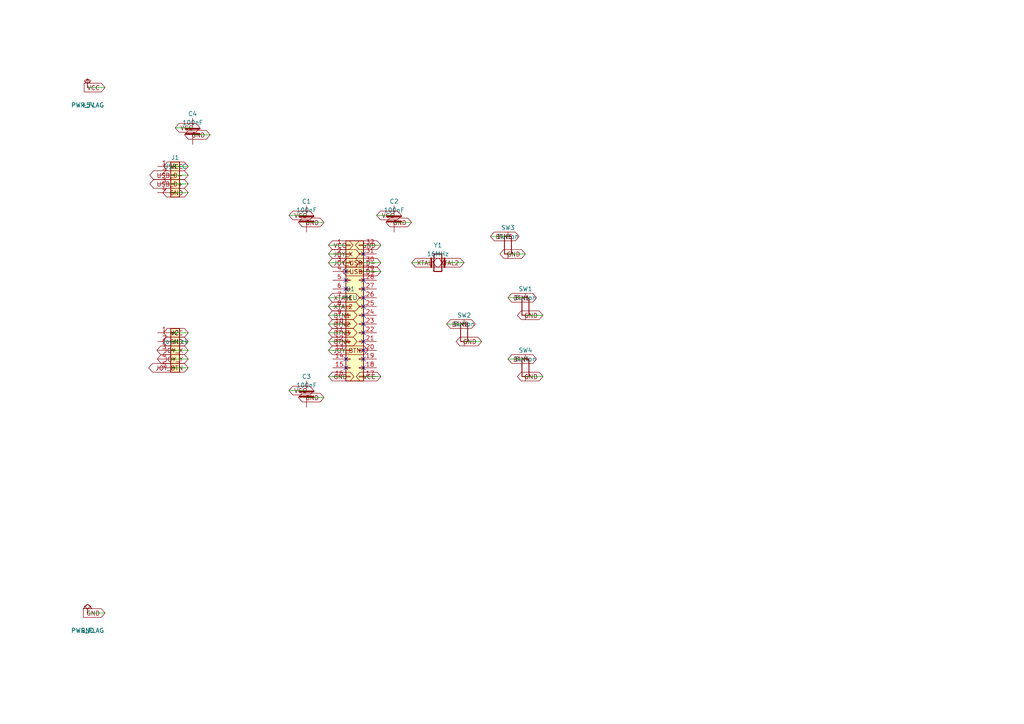
<source format=kicad_sch>
(kicad_sch (version 20231120) (generator "eeschema") (generator_version "9.0")
  (paper "A4")
  (title_block (title "USB Joystick Controller") (date "2025-01") (rev "A") (company "kicad-tools Demo") (comment 1 "USB game controller with analog joystick") (comment 2 "Demonstrates autolayout functionality"))
  (lib_symbols
    (symbol "Connector_Generic:Conn_02x16_Counter_Clockwise" (pin_names (offset 1.016) (hide yes))
      (property "Reference" "J" (at 1.27 20.32 0))
      (property "Value" "Conn_02x16_Counter_Clockwise" (at 1.27 -22.86 0))
      (symbol "Conn_02x16_Counter_Clockwise_1_1"
        (rectangle (start -1.27 19.05) (end 3.81 -21.59) (stroke (width 0.254)) (fill (type background)))
        (rectangle (start -1.27 17.907) (end 0 17.653) (stroke (width 0.1524)))
        (rectangle (start -1.27 15.367) (end 0 15.113) (stroke (width 0.1524)))
        (rectangle (start -1.27 12.827) (end 0 12.573) (stroke (width 0.1524)))
        (rectangle (start -1.27 10.287) (end 0 10.033) (stroke (width 0.1524)))
        (rectangle (start -1.27 7.747) (end 0 7.493) (stroke (width 0.1524)))
        (rectangle (start -1.27 5.207) (end 0 4.953) (stroke (width 0.1524)))
        (rectangle (start -1.27 2.667) (end 0 2.413) (stroke (width 0.1524)))
        (rectangle (start -1.27 0.127) (end 0 -0.127) (stroke (width 0.1524)))
        (rectangle (start -1.27 -2.413) (end 0 -2.667) (stroke (width 0.1524)))
        (rectangle (start -1.27 -4.953) (end 0 -5.207) (stroke (width 0.1524)))
        (rectangle (start -1.27 -7.493) (end 0 -7.747) (stroke (width 0.1524)))
        (rectangle (start -1.27 -10.033) (end 0 -10.287) (stroke (width 0.1524)))
        (rectangle (start -1.27 -12.573) (end 0 -12.827) (stroke (width 0.1524)))
        (rectangle (start -1.27 -15.113) (end 0 -15.367) (stroke (width 0.1524)))
        (rectangle (start -1.27 -17.653) (end 0 -17.907) (stroke (width 0.1524)))
        (rectangle (start -1.27 -20.193) (end 0 -20.447) (stroke (width 0.1524)))
        (rectangle (start 3.81 17.907) (end 2.54 17.653) (stroke (width 0.1524)))
        (rectangle (start 3.81 15.367) (end 2.54 15.113) (stroke (width 0.1524)))
        (rectangle (start 3.81 12.827) (end 2.54 12.573) (stroke (width 0.1524)))
        (rectangle (start 3.81 10.287) (end 2.54 10.033) (stroke (width 0.1524)))
        (rectangle (start 3.81 7.747) (end 2.54 7.493) (stroke (width 0.1524)))
        (rectangle (start 3.81 5.207) (end 2.54 4.953) (stroke (width 0.1524)))
        (rectangle (start 3.81 2.667) (end 2.54 2.413) (stroke (width 0.1524)))
        (rectangle (start 3.81 0.127) (end 2.54 -0.127) (stroke (width 0.1524)))
        (rectangle (start 3.81 -2.413) (end 2.54 -2.667) (stroke (width 0.1524)))
        (rectangle (start 3.81 -4.953) (end 2.54 -5.207) (stroke (width 0.1524)))
        (rectangle (start 3.81 -7.493) (end 2.54 -7.747) (stroke (width 0.1524)))
        (rectangle (start 3.81 -10.033) (end 2.54 -10.287) (stroke (width 0.1524)))
        (rectangle (start 3.81 -12.573) (end 2.54 -12.827) (stroke (width 0.1524)))
        (rectangle (start 3.81 -15.113) (end 2.54 -15.367) (stroke (width 0.1524)))
        (rectangle (start 3.81 -17.653) (end 2.54 -17.907) (stroke (width 0.1524)))
        (rectangle (start 3.81 -20.193) (end 2.54 -20.447) (stroke (width 0.1524)))
        (pin passive line (at -5.08 17.78 0) (length 3.81) (name "Pin_1") (number "1"))
        (pin passive line (at -5.08 15.24 0) (length 3.81) (name "Pin_2") (number "2"))
        (pin passive line (at -5.08 12.7 0) (length 3.81) (name "Pin_3") (number "3"))
        (pin passive line (at -5.08 10.16 0) (length 3.81) (name "Pin_4") (number "4"))
        (pin passive line (at -5.08 7.62 0) (length 3.81) (name "Pin_5") (number "5"))
        (pin passive line (at -5.08 5.08 0) (length 3.81) (name "Pin_6") (number "6"))
        (pin passive line (at -5.08 2.54 0) (length 3.81) (name "Pin_7") (number "7"))
        (pin passive line (at -5.08 0 0) (length 3.81) (name "Pin_8") (number "8"))
        (pin passive line (at -5.08 -2.54 0) (length 3.81) (name "Pin_9") (number "9"))
        (pin passive line (at -5.08 -5.08 0) (length 3.81) (name "Pin_10") (number "10"))
        (pin passive line (at -5.08 -7.62 0) (length 3.81) (name "Pin_11") (number "11"))
        (pin passive line (at -5.08 -10.16 0) (length 3.81) (name "Pin_12") (number "12"))
        (pin passive line (at -5.08 -12.7 0) (length 3.81) (name "Pin_13") (number "13"))
        (pin passive line (at -5.08 -15.24 0) (length 3.81) (name "Pin_14") (number "14"))
        (pin passive line (at -5.08 -17.78 0) (length 3.81) (name "Pin_15") (number "15"))
        (pin passive line (at -5.08 -20.32 0) (length 3.81) (name "Pin_16") (number "16"))
        (pin passive line (at 7.62 17.78 180) (length 3.81) (name "Pin_32") (number "32"))
        (pin passive line (at 7.62 15.24 180) (length 3.81) (name "Pin_31") (number "31"))
        (pin passive line (at 7.62 12.7 180) (length 3.81) (name "Pin_30") (number "30"))
        (pin passive line (at 7.62 10.16 180) (length 3.81) (name "Pin_29") (number "29"))
        (pin passive line (at 7.62 7.62 180) (length 3.81) (name "Pin_28") (number "28"))
        (pin passive line (at 7.62 5.08 180) (length 3.81) (name "Pin_27") (number "27"))
        (pin passive line (at 7.62 2.54 180) (length 3.81) (name "Pin_26") (number "26"))
        (pin passive line (at 7.62 0 180) (length 3.81) (name "Pin_25") (number "25"))
        (pin passive line (at 7.62 -2.54 180) (length 3.81) (name "Pin_24") (number "24"))
        (pin passive line (at 7.62 -5.08 180) (length 3.81) (name "Pin_23") (number "23"))
        (pin passive line (at 7.62 -7.62 180) (length 3.81) (name "Pin_22") (number "22"))
        (pin passive line (at 7.62 -10.16 180) (length 3.81) (name "Pin_21") (number "21"))
        (pin passive line (at 7.62 -12.7 180) (length 3.81) (name "Pin_20") (number "20"))
        (pin passive line (at 7.62 -15.24 180) (length 3.81) (name "Pin_19") (number "19"))
        (pin passive line (at 7.62 -17.78 180) (length 3.81) (name "Pin_18") (number "18"))
        (pin passive line (at 7.62 -20.32 180) (length 3.81) (name "Pin_17") (number "17"))
      )
    )
    (symbol "Connector_Generic:Conn_01x04" (pin_names (offset 1.016) (hide yes))
      (property "Reference" "J" (at 0 5.08 0))
      (property "Value" "Conn_01x04" (at 0 -7.62 0))
      (symbol "Conn_01x04_1_1"
        (rectangle (start -1.27 3.81) (end 1.27 -6.35) (stroke (width 0.254)) (fill (type background)))
        (rectangle (start -1.27 2.667) (end 0 2.413) (stroke (width 0.1524)))
        (rectangle (start -1.27 0.127) (end 0 -0.127) (stroke (width 0.1524)))
        (rectangle (start -1.27 -2.413) (end 0 -2.667) (stroke (width 0.1524)))
        (rectangle (start -1.27 -4.953) (end 0 -5.207) (stroke (width 0.1524)))
        (pin passive line (at -5.08 2.54 0) (length 3.81) (name "Pin_1") (number "1"))
        (pin passive line (at -5.08 0 0) (length 3.81) (name "Pin_2") (number "2"))
        (pin passive line (at -5.08 -2.54 0) (length 3.81) (name "Pin_3") (number "3"))
        (pin passive line (at -5.08 -5.08 0) (length 3.81) (name "Pin_4") (number "4"))
      )
    )
    (symbol "Connector_Generic:Conn_01x05" (pin_names (offset 1.016) (hide yes))
      (property "Reference" "J" (at 0 7.62 0))
      (property "Value" "Conn_01x05" (at 0 -7.62 0))
      (symbol "Conn_01x05_1_1"
        (rectangle (start -1.27 6.35) (end 1.27 -6.35) (stroke (width 0.254)) (fill (type background)))
        (rectangle (start -1.27 5.207) (end 0 4.953) (stroke (width 0.1524)))
        (rectangle (start -1.27 2.667) (end 0 2.413) (stroke (width 0.1524)))
        (rectangle (start -1.27 0.127) (end 0 -0.127) (stroke (width 0.1524)))
        (rectangle (start -1.27 -2.413) (end 0 -2.667) (stroke (width 0.1524)))
        (rectangle (start -1.27 -4.953) (end 0 -5.207) (stroke (width 0.1524)))
        (pin passive line (at -5.08 5.08 0) (length 3.81) (name "Pin_1") (number "1"))
        (pin passive line (at -5.08 2.54 0) (length 3.81) (name "Pin_2") (number "2"))
        (pin passive line (at -5.08 0 0) (length 3.81) (name "Pin_3") (number "3"))
        (pin passive line (at -5.08 -2.54 0) (length 3.81) (name "Pin_4") (number "4"))
        (pin passive line (at -5.08 -5.08 0) (length 3.81) (name "Pin_5") (number "5"))
      )
    )
    (symbol "Device:Crystal" (pin_numbers (hide yes)) (pin_names (offset 1.016) (hide yes))
      (property "Reference" "Y" (at 0 3.81 0))
      (property "Value" "Crystal" (at 0 -3.81 0))
      (symbol "Crystal_0_1"
        (polyline (pts (xy -2.54 0) (xy -1.905 0)))
        (polyline (pts (xy -1.905 -1.27) (xy -1.905 1.27)) (stroke (width 0.508)))
        (rectangle (start -1.143 2.54) (end 1.143 -2.54) (stroke (width 0.3048)))
        (polyline (pts (xy 1.905 -1.27) (xy 1.905 1.27)) (stroke (width 0.508)))
        (polyline (pts (xy 2.54 0) (xy 1.905 0)))
      )
      (symbol "Crystal_1_1"
        (pin passive line (at -3.81 0 0) (length 1.27) (name "1") (number "1"))
        (pin passive line (at 3.81 0 180) (length 1.27) (name "2") (number "2"))
      )
    )
    (symbol "Device:R" (pin_numbers (hide yes)) (pin_names (offset 0))
      (property "Reference" "R" (at 2.032 0 90))
      (property "Value" "R" (at 0 0 90))
      (symbol "R_0_1"
        (rectangle (start -1.016 -2.54) (end 1.016 2.54) (stroke (width 0.254)))
      )
      (symbol "R_1_1"
        (pin passive line (at 0 3.81 270) (length 1.27) (name "~") (number "1"))
        (pin passive line (at 0 -3.81 90) (length 1.27) (name "~") (number "2"))
      )
    )
    (symbol "Device:C" (pin_numbers (hide yes)) (pin_names (offset 0.254))
      (property "Reference" "C" (at 0.635 2.54 0))
      (property "Value" "C" (at 0.635 -2.54 0))
      (symbol "C_0_1"
        (polyline (pts (xy -2.032 0.762) (xy 2.032 0.762)) (stroke (width 0.508)))
        (polyline (pts (xy -2.032 -0.762) (xy 2.032 -0.762)) (stroke (width 0.508)))
      )
      (symbol "C_1_1"
        (pin passive line (at 0 3.81 270) (length 2.794) (name "~") (number "1"))
        (pin passive line (at 0 -3.81 90) (length 2.794) (name "~") (number "2"))
      )
    )
    (symbol "power:+5V" (power) (pin_numbers (hide yes)) (pin_names (offset 0) (hide yes))
      (property "Value" "+5V" (at 0 3.556 0))
      (symbol "+5V_0_1"
        (polyline (pts (xy -0.762 1.27) (xy 0 2.54)))
        (polyline (pts (xy 0 2.54) (xy 0.762 1.27)))
        (polyline (pts (xy 0 0) (xy 0 2.54)))
      )
      (symbol "+5V_1_1"
        (pin power_in line (at 0 0 90) (length 0) (name "~") (number "1"))
      )
    )
    (symbol "power:PWR_FLAG" (power) (pin_numbers (hide yes)) (pin_names (offset 0) (hide yes))
      (property "Value" "PWR_FLAG" (at 0 3.81 0))
      (symbol "PWR_FLAG_0_0"
        (pin power_out line (at 0 0 90) (length 0) (name "~") (number "1"))
      )
      (symbol "PWR_FLAG_0_1"
        (polyline (pts (xy 0 0) (xy 0 1.27) (xy -1.016 1.905) (xy 0 2.54) (xy 1.016 1.905) (xy 0 1.27)))
      )
    )
    (symbol "power:GND" (power) (pin_numbers (hide yes)) (pin_names (offset 0) (hide yes))
      (property "Value" "GND" (at 0 -3.81 0))
      (symbol "GND_0_1"
        (polyline (pts (xy 0 0) (xy 0 -1.27) (xy 1.27 -1.27) (xy 0 -2.54) (xy -1.27 -1.27) (xy 0 -1.27)))
      )
      (symbol "GND_1_1"
        (pin power_in line (at 0 0 270) (length 0) (name "~") (number "1"))
      )
    )
  )
  (symbol (lib_id "Connector_Generic:Conn_02x16_Counter_Clockwise") (at 101.6 88.9 0) (unit 1)
    (property "Reference" "U1" (at 101.6 83.82 0))
    (property "Value" "MCU" (at 101.6 86.36 0))
  )
  (symbol (lib_id "Connector_Generic:Conn_01x04") (at 50.8 50.8 0) (unit 1)
    (property "Reference" "J1" (at 50.8 45.72 0))
    (property "Value" "USB-C" (at 50.8 48.26 0))
  )
  (symbol (lib_id "Connector_Generic:Conn_01x05") (at 50.8 101.6 0) (unit 1)
    (property "Reference" "J2" (at 50.8 96.52 0))
    (property "Value" "Joystick" (at 50.8 99.06 0))
  )
  (symbol (lib_id "Device:Crystal") (at 127 76.2 0) (unit 1)
    (property "Reference" "Y1" (at 127 71.12 0))
    (property "Value" "16MHz" (at 127 73.66 0))
  )
  (symbol (lib_id "Device:R") (at 152.4 88.9 0) (unit 1)
    (property "Reference" "SW1" (at 152.4 83.82 0))
    (property "Value" "Button" (at 152.4 86.36 0))
  )
  (symbol (lib_id "Device:R") (at 134.62 96.52 0) (unit 1)
    (property "Reference" "SW2" (at 134.62 91.44 0))
    (property "Value" "Button" (at 134.62 93.98 0))
  )
  (symbol (lib_id "Device:R") (at 147.32 71.12 0) (unit 1)
    (property "Reference" "SW3" (at 147.32 66.04 0))
    (property "Value" "Button" (at 147.32 68.58 0))
  )
  (symbol (lib_id "Device:R") (at 152.4 106.68 0) (unit 1)
    (property "Reference" "SW4" (at 152.4 101.6 0))
    (property "Value" "Button" (at 152.4 104.14 0))
  )
  (symbol (lib_id "Device:C") (at 88.9 63.5 0) (unit 1)
    (property "Reference" "C1" (at 88.9 58.42 0))
    (property "Value" "100nF" (at 88.9 60.96 0))
  )
  (symbol (lib_id "Device:C") (at 114.3 63.5 0) (unit 1)
    (property "Reference" "C2" (at 114.3 58.42 0))
    (property "Value" "100nF" (at 114.3 60.96 0))
  )
  (symbol (lib_id "Device:C") (at 88.9 114.3 0) (unit 1)
    (property "Reference" "C3" (at 88.9 109.22 0))
    (property "Value" "100nF" (at 88.9 111.76 0))
  )
  (symbol (lib_id "Device:C") (at 55.88 38.1 0) (unit 1)
    (property "Reference" "C4" (at 55.88 33.02 0))
    (property "Value" "100nF" (at 55.88 35.56 0))
  )
  (symbol (lib_id "power:+5V") (at 25.4 25.4 0) (unit 1)
    (property "Reference" "#PWR01" (effects (hide yes)))
    (property "Value" "+5V" (at 25.4 30.48 0))
  )
  (symbol (lib_id "power:PWR_FLAG") (at 25.4 25.4 0) (unit 1)
    (property "Reference" "#PWR02" (effects (hide yes)))
    (property "Value" "PWR_FLAG" (at 25.4 30.48 0))
  )
  (symbol (lib_id "power:GND") (at 25.4 177.8 180) (unit 1)
    (property "Reference" "#PWR03" (effects (hide yes)))
    (property "Value" "GND" (at 25.4 182.88 0))
  )
  (symbol (lib_id "power:PWR_FLAG") (at 25.4 177.8 0) (unit 1)
    (property "Reference" "#PWR04" (effects (hide yes)))
    (property "Value" "PWR_FLAG" (at 25.4 182.88 0))
  )
  (wire (pts (xy 100.33 71.12) (xy 95.25 71.12)))
  (wire (pts (xy 100.33 109.22) (xy 95.25 109.22)))
  (wire (pts (xy 105.41 109.22) (xy 110.49 109.22)))
  (wire (pts (xy 105.41 71.12) (xy 110.49 71.12)))
  (wire (pts (xy 105.41 78.74) (xy 110.49 78.74)))
  (wire (pts (xy 105.41 76.2) (xy 110.49 76.2)))
  (wire (pts (xy 100.33 86.36) (xy 95.25 86.36)))
  (wire (pts (xy 100.33 88.9) (xy 95.25 88.9)))
  (wire (pts (xy 100.33 73.66) (xy 95.25 73.66)))
  (wire (pts (xy 100.33 76.2) (xy 95.25 76.2)))
  (wire (pts (xy 100.33 91.44) (xy 95.25 91.44)))
  (wire (pts (xy 100.33 93.98) (xy 95.25 93.98)))
  (wire (pts (xy 100.33 96.52) (xy 95.25 96.52)))
  (wire (pts (xy 100.33 99.06) (xy 95.25 99.06)))
  (wire (pts (xy 100.33 101.6) (xy 95.25 101.6)))
  (wire (pts (xy 49.53 48.26) (xy 54.61 48.26)))
  (wire (pts (xy 49.53 50.8) (xy 54.61 50.8)))
  (wire (pts (xy 49.53 53.34) (xy 54.61 53.34)))
  (wire (pts (xy 49.53 55.88) (xy 54.61 55.88)))
  (wire (pts (xy 49.53 96.52) (xy 54.61 96.52)))
  (wire (pts (xy 49.53 99.06) (xy 54.61 99.06)))
  (wire (pts (xy 49.53 101.6) (xy 54.61 101.6)))
  (wire (pts (xy 49.53 104.14) (xy 54.61 104.14)))
  (wire (pts (xy 49.53 106.68) (xy 54.61 106.68)))
  (wire (pts (xy 124.46 76.2) (xy 119.38 76.2)))
  (wire (pts (xy 129.54 76.2) (xy 134.62 76.2)))
  (wire (pts (xy 152.4 86.36) (xy 147.32 86.36)))
  (wire (pts (xy 152.4 91.44) (xy 157.48 91.44)))
  (wire (pts (xy 134.62 93.98) (xy 129.54 93.98)))
  (wire (pts (xy 134.62 99.06) (xy 139.7 99.06)))
  (wire (pts (xy 147.32 68.58) (xy 142.24 68.58)))
  (wire (pts (xy 147.32 73.66) (xy 152.4 73.66)))
  (wire (pts (xy 152.4 104.14) (xy 147.32 104.14)))
  (wire (pts (xy 152.4 109.22) (xy 157.48 109.22)))
  (wire (pts (xy 88.9 62.48) (xy 83.82 62.48)))
  (wire (pts (xy 88.9 64.52) (xy 93.98 64.52)))
  (wire (pts (xy 114.3 62.48) (xy 109.22 62.48)))
  (wire (pts (xy 114.3 64.52) (xy 119.38 64.52)))
  (wire (pts (xy 88.9 113.28) (xy 83.82 113.28)))
  (wire (pts (xy 88.9 115.32) (xy 93.98 115.32)))
  (wire (pts (xy 55.88 37.08) (xy 50.8 37.08)))
  (wire (pts (xy 55.88 39.12) (xy 60.96 39.12)))
  (wire (pts (xy 25.4 25.4) (xy 30.48 25.4)))
  (wire (pts (xy 25.4 177.8) (xy 30.48 177.8)))
  (no_connect (at 100.33 78.74))
  (no_connect (at 100.33 81.28))
  (no_connect (at 100.33 83.82))
  (no_connect (at 100.33 104.14))
  (no_connect (at 100.33 106.68))
  (no_connect (at 105.41 106.68))
  (no_connect (at 105.41 104.14))
  (no_connect (at 105.41 101.6))
  (no_connect (at 105.41 99.06))
  (no_connect (at 105.41 96.52))
  (no_connect (at 105.41 93.98))
  (no_connect (at 105.41 91.44))
  (no_connect (at 105.41 88.9))
  (no_connect (at 105.41 86.36))
  (no_connect (at 105.41 83.82))
  (no_connect (at 105.41 81.28))
  (no_connect (at 105.41 73.66))
  (global_label "VCC" (shape bidirectional) (at 95.25 71.12 0))
  (global_label "GND" (shape bidirectional) (at 95.25 109.22 0))
  (global_label "VCC" (shape bidirectional) (at 110.49 109.22 180))
  (global_label "GND" (shape bidirectional) (at 110.49 71.12 180))
  (global_label "USB_D+" (shape bidirectional) (at 110.49 78.74 180))
  (global_label "USB_D-" (shape bidirectional) (at 110.49 76.2 180))
  (global_label "XTAL1" (shape bidirectional) (at 95.25 86.36 0))
  (global_label "XTAL2" (shape bidirectional) (at 95.25 88.9 0))
  (global_label "JOY_X" (shape bidirectional) (at 95.25 73.66 0))
  (global_label "JOY_Y" (shape bidirectional) (at 95.25 76.2 0))
  (global_label "BTN1" (shape bidirectional) (at 95.25 91.44 0))
  (global_label "BTN2" (shape bidirectional) (at 95.25 93.98 0))
  (global_label "BTN3" (shape bidirectional) (at 95.25 96.52 0))
  (global_label "BTN4" (shape bidirectional) (at 95.25 99.06 0))
  (global_label "JOY_BTN" (shape bidirectional) (at 95.25 101.6 0))
  (global_label "VCC" (shape bidirectional) (at 54.61 48.26 180))
  (global_label "USB_D-" (shape bidirectional) (at 54.61 50.8 180))
  (global_label "USB_D+" (shape bidirectional) (at 54.61 53.34 180))
  (global_label "GND" (shape bidirectional) (at 54.61 55.88 180))
  (global_label "VCC" (shape bidirectional) (at 54.61 96.52 180))
  (global_label "GND" (shape bidirectional) (at 54.61 99.06 180))
  (global_label "JOY_X" (shape bidirectional) (at 54.61 101.6 180))
  (global_label "JOY_Y" (shape bidirectional) (at 54.61 104.14 180))
  (global_label "JOY_BTN" (shape bidirectional) (at 54.61 106.68 180))
  (global_label "XTAL1" (shape bidirectional) (at 119.38 76.2 0))
  (global_label "XTAL2" (shape bidirectional) (at 134.62 76.2 180))
  (global_label "BTN1" (shape bidirectional) (at 147.32 86.36 0))
  (global_label "GND" (shape bidirectional) (at 157.48 91.44 180))
  (global_label "BTN2" (shape bidirectional) (at 129.54 93.98 0))
  (global_label "GND" (shape bidirectional) (at 139.7 99.06 180))
  (global_label "BTN3" (shape bidirectional) (at 142.24 68.58 0))
  (global_label "GND" (shape bidirectional) (at 152.4 73.66 180))
  (global_label "BTN4" (shape bidirectional) (at 147.32 104.14 0))
  (global_label "GND" (shape bidirectional) (at 157.48 109.22 180))
  (global_label "VCC" (shape bidirectional) (at 83.82 62.48 0))
  (global_label "GND" (shape bidirectional) (at 93.98 64.52 180))
  (global_label "VCC" (shape bidirectional) (at 109.22 62.48 0))
  (global_label "GND" (shape bidirectional) (at 119.38 64.52 180))
  (global_label "VCC" (shape bidirectional) (at 83.82 113.28 0))
  (global_label "GND" (shape bidirectional) (at 93.98 115.32 180))
  (global_label "VCC" (shape bidirectional) (at 50.8 37.08 0))
  (global_label "GND" (shape bidirectional) (at 60.96 39.12 180))
  (global_label "VCC" (shape input) (at 30.48 25.4 180))
  (global_label "GND" (shape input) (at 30.48 177.8 180))
)
</source>
